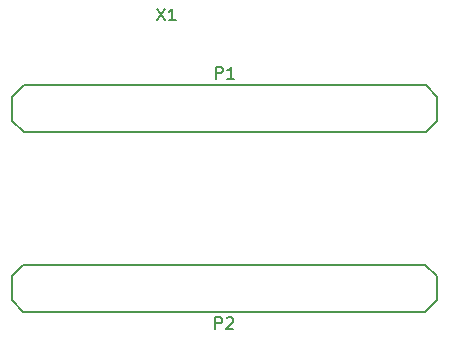
<source format=gbr>
G04 #@! TF.FileFunction,Legend,Top*
%FSLAX46Y46*%
G04 Gerber Fmt 4.6, Leading zero omitted, Abs format (unit mm)*
G04 Created by KiCad (PCBNEW 4.0.2-4+6225~38~ubuntu14.04.1-stable) date jue 07 abr 2016 16:44:47 ART*
%MOMM*%
G01*
G04 APERTURE LIST*
%ADD10C,0.100000*%
%ADD11C,0.150000*%
G04 APERTURE END LIST*
D10*
D11*
X133290000Y-98100000D02*
X134290000Y-99100000D01*
X133290000Y-96100000D02*
X133290000Y-98100000D01*
X134290000Y-95100000D02*
X133290000Y-96100000D01*
X168290000Y-95100000D02*
X134290000Y-95100000D01*
X169290000Y-96100000D02*
X168290000Y-95100000D01*
X169290000Y-98100000D02*
X169290000Y-96100000D01*
X168290000Y-99100000D02*
X169290000Y-98100000D01*
X134290000Y-99100000D02*
X168290000Y-99100000D01*
X169230000Y-111300000D02*
X168230000Y-110300000D01*
X169230000Y-113300000D02*
X169230000Y-111300000D01*
X168230000Y-114300000D02*
X169230000Y-113300000D01*
X134230000Y-114300000D02*
X168230000Y-114300000D01*
X133230000Y-113300000D02*
X134230000Y-114300000D01*
X133230000Y-111300000D02*
X133230000Y-113300000D01*
X134230000Y-110300000D02*
X133230000Y-111300000D01*
X168230000Y-110300000D02*
X134230000Y-110300000D01*
X145540476Y-88622381D02*
X146207143Y-89622381D01*
X146207143Y-88622381D02*
X145540476Y-89622381D01*
X147111905Y-89622381D02*
X146540476Y-89622381D01*
X146826190Y-89622381D02*
X146826190Y-88622381D01*
X146730952Y-88765238D01*
X146635714Y-88860476D01*
X146540476Y-88908095D01*
X150551905Y-94552381D02*
X150551905Y-93552381D01*
X150932858Y-93552381D01*
X151028096Y-93600000D01*
X151075715Y-93647619D01*
X151123334Y-93742857D01*
X151123334Y-93885714D01*
X151075715Y-93980952D01*
X151028096Y-94028571D01*
X150932858Y-94076190D01*
X150551905Y-94076190D01*
X152075715Y-94552381D02*
X151504286Y-94552381D01*
X151790000Y-94552381D02*
X151790000Y-93552381D01*
X151694762Y-93695238D01*
X151599524Y-93790476D01*
X151504286Y-93838095D01*
X150491905Y-115752381D02*
X150491905Y-114752381D01*
X150872858Y-114752381D01*
X150968096Y-114800000D01*
X151015715Y-114847619D01*
X151063334Y-114942857D01*
X151063334Y-115085714D01*
X151015715Y-115180952D01*
X150968096Y-115228571D01*
X150872858Y-115276190D01*
X150491905Y-115276190D01*
X151444286Y-114847619D02*
X151491905Y-114800000D01*
X151587143Y-114752381D01*
X151825239Y-114752381D01*
X151920477Y-114800000D01*
X151968096Y-114847619D01*
X152015715Y-114942857D01*
X152015715Y-115038095D01*
X151968096Y-115180952D01*
X151396667Y-115752381D01*
X152015715Y-115752381D01*
M02*

</source>
